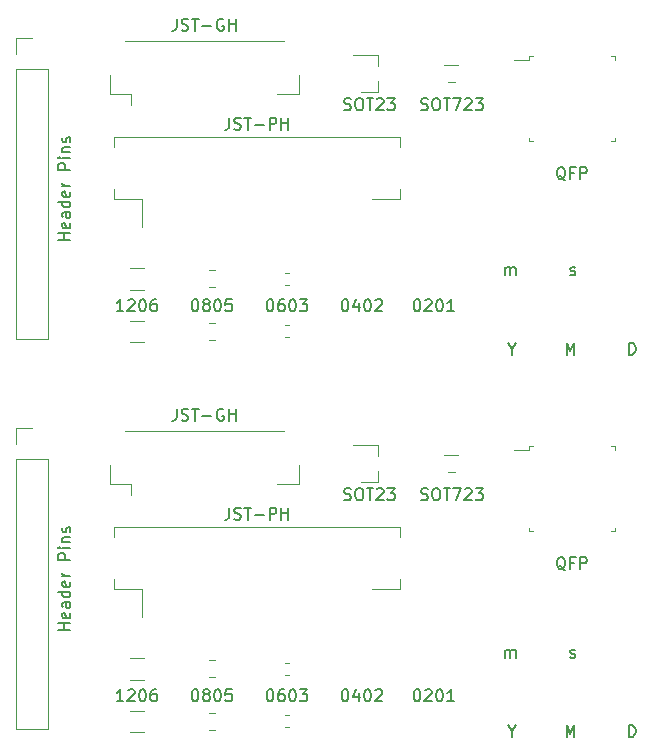
<source format=gbr>
%TF.GenerationSoftware,KiCad,Pcbnew,5.1.6-c6e7f7d~87~ubuntu20.04.1*%
%TF.CreationDate,2020-08-30T17:45:41-04:00*%
%TF.ProjectId,noob_tester,6e6f6f62-5f74-4657-9374-65722e6b6963,rev?*%
%TF.SameCoordinates,Original*%
%TF.FileFunction,Legend,Top*%
%TF.FilePolarity,Positive*%
%FSLAX46Y46*%
G04 Gerber Fmt 4.6, Leading zero omitted, Abs format (unit mm)*
G04 Created by KiCad (PCBNEW 5.1.6-c6e7f7d~87~ubuntu20.04.1) date 2020-08-30 17:45:41*
%MOMM*%
%LPD*%
G01*
G04 APERTURE LIST*
%ADD10C,0.150000*%
%ADD11C,0.120000*%
G04 APERTURE END LIST*
D10*
X102306380Y-116093333D02*
X101306380Y-116093333D01*
X101782571Y-116093333D02*
X101782571Y-115521904D01*
X102306380Y-115521904D02*
X101306380Y-115521904D01*
X102258761Y-114664761D02*
X102306380Y-114760000D01*
X102306380Y-114950476D01*
X102258761Y-115045714D01*
X102163523Y-115093333D01*
X101782571Y-115093333D01*
X101687333Y-115045714D01*
X101639714Y-114950476D01*
X101639714Y-114760000D01*
X101687333Y-114664761D01*
X101782571Y-114617142D01*
X101877809Y-114617142D01*
X101973047Y-115093333D01*
X102306380Y-113760000D02*
X101782571Y-113760000D01*
X101687333Y-113807619D01*
X101639714Y-113902857D01*
X101639714Y-114093333D01*
X101687333Y-114188571D01*
X102258761Y-113760000D02*
X102306380Y-113855238D01*
X102306380Y-114093333D01*
X102258761Y-114188571D01*
X102163523Y-114236190D01*
X102068285Y-114236190D01*
X101973047Y-114188571D01*
X101925428Y-114093333D01*
X101925428Y-113855238D01*
X101877809Y-113760000D01*
X102306380Y-112855238D02*
X101306380Y-112855238D01*
X102258761Y-112855238D02*
X102306380Y-112950476D01*
X102306380Y-113140952D01*
X102258761Y-113236190D01*
X102211142Y-113283809D01*
X102115904Y-113331428D01*
X101830190Y-113331428D01*
X101734952Y-113283809D01*
X101687333Y-113236190D01*
X101639714Y-113140952D01*
X101639714Y-112950476D01*
X101687333Y-112855238D01*
X102258761Y-111998095D02*
X102306380Y-112093333D01*
X102306380Y-112283809D01*
X102258761Y-112379047D01*
X102163523Y-112426666D01*
X101782571Y-112426666D01*
X101687333Y-112379047D01*
X101639714Y-112283809D01*
X101639714Y-112093333D01*
X101687333Y-111998095D01*
X101782571Y-111950476D01*
X101877809Y-111950476D01*
X101973047Y-112426666D01*
X102306380Y-111521904D02*
X101639714Y-111521904D01*
X101830190Y-111521904D02*
X101734952Y-111474285D01*
X101687333Y-111426666D01*
X101639714Y-111331428D01*
X101639714Y-111236190D01*
X102306380Y-110140952D02*
X101306380Y-110140952D01*
X101306380Y-109760000D01*
X101354000Y-109664761D01*
X101401619Y-109617142D01*
X101496857Y-109569523D01*
X101639714Y-109569523D01*
X101734952Y-109617142D01*
X101782571Y-109664761D01*
X101830190Y-109760000D01*
X101830190Y-110140952D01*
X102306380Y-109140952D02*
X101639714Y-109140952D01*
X101306380Y-109140952D02*
X101354000Y-109188571D01*
X101401619Y-109140952D01*
X101354000Y-109093333D01*
X101306380Y-109140952D01*
X101401619Y-109140952D01*
X101639714Y-108664761D02*
X102306380Y-108664761D01*
X101734952Y-108664761D02*
X101687333Y-108617142D01*
X101639714Y-108521904D01*
X101639714Y-108379047D01*
X101687333Y-108283809D01*
X101782571Y-108236190D01*
X102306380Y-108236190D01*
X102258761Y-107807619D02*
X102306380Y-107712380D01*
X102306380Y-107521904D01*
X102258761Y-107426666D01*
X102163523Y-107379047D01*
X102115904Y-107379047D01*
X102020666Y-107426666D01*
X101973047Y-107521904D01*
X101973047Y-107664761D01*
X101925428Y-107760000D01*
X101830190Y-107807619D01*
X101782571Y-107807619D01*
X101687333Y-107760000D01*
X101639714Y-107664761D01*
X101639714Y-107521904D01*
X101687333Y-107426666D01*
X102306380Y-83073333D02*
X101306380Y-83073333D01*
X101782571Y-83073333D02*
X101782571Y-82501904D01*
X102306380Y-82501904D02*
X101306380Y-82501904D01*
X102258761Y-81644761D02*
X102306380Y-81740000D01*
X102306380Y-81930476D01*
X102258761Y-82025714D01*
X102163523Y-82073333D01*
X101782571Y-82073333D01*
X101687333Y-82025714D01*
X101639714Y-81930476D01*
X101639714Y-81740000D01*
X101687333Y-81644761D01*
X101782571Y-81597142D01*
X101877809Y-81597142D01*
X101973047Y-82073333D01*
X102306380Y-80740000D02*
X101782571Y-80740000D01*
X101687333Y-80787619D01*
X101639714Y-80882857D01*
X101639714Y-81073333D01*
X101687333Y-81168571D01*
X102258761Y-80740000D02*
X102306380Y-80835238D01*
X102306380Y-81073333D01*
X102258761Y-81168571D01*
X102163523Y-81216190D01*
X102068285Y-81216190D01*
X101973047Y-81168571D01*
X101925428Y-81073333D01*
X101925428Y-80835238D01*
X101877809Y-80740000D01*
X102306380Y-79835238D02*
X101306380Y-79835238D01*
X102258761Y-79835238D02*
X102306380Y-79930476D01*
X102306380Y-80120952D01*
X102258761Y-80216190D01*
X102211142Y-80263809D01*
X102115904Y-80311428D01*
X101830190Y-80311428D01*
X101734952Y-80263809D01*
X101687333Y-80216190D01*
X101639714Y-80120952D01*
X101639714Y-79930476D01*
X101687333Y-79835238D01*
X102258761Y-78978095D02*
X102306380Y-79073333D01*
X102306380Y-79263809D01*
X102258761Y-79359047D01*
X102163523Y-79406666D01*
X101782571Y-79406666D01*
X101687333Y-79359047D01*
X101639714Y-79263809D01*
X101639714Y-79073333D01*
X101687333Y-78978095D01*
X101782571Y-78930476D01*
X101877809Y-78930476D01*
X101973047Y-79406666D01*
X102306380Y-78501904D02*
X101639714Y-78501904D01*
X101830190Y-78501904D02*
X101734952Y-78454285D01*
X101687333Y-78406666D01*
X101639714Y-78311428D01*
X101639714Y-78216190D01*
X102306380Y-77120952D02*
X101306380Y-77120952D01*
X101306380Y-76740000D01*
X101354000Y-76644761D01*
X101401619Y-76597142D01*
X101496857Y-76549523D01*
X101639714Y-76549523D01*
X101734952Y-76597142D01*
X101782571Y-76644761D01*
X101830190Y-76740000D01*
X101830190Y-77120952D01*
X102306380Y-76120952D02*
X101639714Y-76120952D01*
X101306380Y-76120952D02*
X101354000Y-76168571D01*
X101401619Y-76120952D01*
X101354000Y-76073333D01*
X101306380Y-76120952D01*
X101401619Y-76120952D01*
X101639714Y-75644761D02*
X102306380Y-75644761D01*
X101734952Y-75644761D02*
X101687333Y-75597142D01*
X101639714Y-75501904D01*
X101639714Y-75359047D01*
X101687333Y-75263809D01*
X101782571Y-75216190D01*
X102306380Y-75216190D01*
X102258761Y-74787619D02*
X102306380Y-74692380D01*
X102306380Y-74501904D01*
X102258761Y-74406666D01*
X102163523Y-74359047D01*
X102115904Y-74359047D01*
X102020666Y-74406666D01*
X101973047Y-74501904D01*
X101973047Y-74644761D01*
X101925428Y-74740000D01*
X101830190Y-74787619D01*
X101782571Y-74787619D01*
X101687333Y-74740000D01*
X101639714Y-74644761D01*
X101639714Y-74501904D01*
X101687333Y-74406666D01*
X144232380Y-111037619D02*
X144137142Y-110990000D01*
X144041904Y-110894761D01*
X143899047Y-110751904D01*
X143803809Y-110704285D01*
X143708571Y-110704285D01*
X143756190Y-110942380D02*
X143660952Y-110894761D01*
X143565714Y-110799523D01*
X143518095Y-110609047D01*
X143518095Y-110275714D01*
X143565714Y-110085238D01*
X143660952Y-109990000D01*
X143756190Y-109942380D01*
X143946666Y-109942380D01*
X144041904Y-109990000D01*
X144137142Y-110085238D01*
X144184761Y-110275714D01*
X144184761Y-110609047D01*
X144137142Y-110799523D01*
X144041904Y-110894761D01*
X143946666Y-110942380D01*
X143756190Y-110942380D01*
X144946666Y-110418571D02*
X144613333Y-110418571D01*
X144613333Y-110942380D02*
X144613333Y-109942380D01*
X145089523Y-109942380D01*
X145470476Y-110942380D02*
X145470476Y-109942380D01*
X145851428Y-109942380D01*
X145946666Y-109990000D01*
X145994285Y-110037619D01*
X146041904Y-110132857D01*
X146041904Y-110275714D01*
X145994285Y-110370952D01*
X145946666Y-110418571D01*
X145851428Y-110466190D01*
X145470476Y-110466190D01*
X125492142Y-105052761D02*
X125635000Y-105100380D01*
X125873095Y-105100380D01*
X125968333Y-105052761D01*
X126015952Y-105005142D01*
X126063571Y-104909904D01*
X126063571Y-104814666D01*
X126015952Y-104719428D01*
X125968333Y-104671809D01*
X125873095Y-104624190D01*
X125682619Y-104576571D01*
X125587380Y-104528952D01*
X125539761Y-104481333D01*
X125492142Y-104386095D01*
X125492142Y-104290857D01*
X125539761Y-104195619D01*
X125587380Y-104148000D01*
X125682619Y-104100380D01*
X125920714Y-104100380D01*
X126063571Y-104148000D01*
X126682619Y-104100380D02*
X126873095Y-104100380D01*
X126968333Y-104148000D01*
X127063571Y-104243238D01*
X127111190Y-104433714D01*
X127111190Y-104767047D01*
X127063571Y-104957523D01*
X126968333Y-105052761D01*
X126873095Y-105100380D01*
X126682619Y-105100380D01*
X126587380Y-105052761D01*
X126492142Y-104957523D01*
X126444523Y-104767047D01*
X126444523Y-104433714D01*
X126492142Y-104243238D01*
X126587380Y-104148000D01*
X126682619Y-104100380D01*
X127396904Y-104100380D02*
X127968333Y-104100380D01*
X127682619Y-105100380D02*
X127682619Y-104100380D01*
X128254047Y-104195619D02*
X128301666Y-104148000D01*
X128396904Y-104100380D01*
X128635000Y-104100380D01*
X128730238Y-104148000D01*
X128777857Y-104195619D01*
X128825476Y-104290857D01*
X128825476Y-104386095D01*
X128777857Y-104528952D01*
X128206428Y-105100380D01*
X128825476Y-105100380D01*
X129158809Y-104100380D02*
X129777857Y-104100380D01*
X129444523Y-104481333D01*
X129587380Y-104481333D01*
X129682619Y-104528952D01*
X129730238Y-104576571D01*
X129777857Y-104671809D01*
X129777857Y-104909904D01*
X129730238Y-105005142D01*
X129682619Y-105052761D01*
X129587380Y-105100380D01*
X129301666Y-105100380D01*
X129206428Y-105052761D01*
X129158809Y-105005142D01*
X111307857Y-97369380D02*
X111307857Y-98083666D01*
X111260238Y-98226523D01*
X111165000Y-98321761D01*
X111022142Y-98369380D01*
X110926904Y-98369380D01*
X111736428Y-98321761D02*
X111879285Y-98369380D01*
X112117380Y-98369380D01*
X112212619Y-98321761D01*
X112260238Y-98274142D01*
X112307857Y-98178904D01*
X112307857Y-98083666D01*
X112260238Y-97988428D01*
X112212619Y-97940809D01*
X112117380Y-97893190D01*
X111926904Y-97845571D01*
X111831666Y-97797952D01*
X111784047Y-97750333D01*
X111736428Y-97655095D01*
X111736428Y-97559857D01*
X111784047Y-97464619D01*
X111831666Y-97417000D01*
X111926904Y-97369380D01*
X112165000Y-97369380D01*
X112307857Y-97417000D01*
X112593571Y-97369380D02*
X113165000Y-97369380D01*
X112879285Y-98369380D02*
X112879285Y-97369380D01*
X113498333Y-97988428D02*
X114260238Y-97988428D01*
X115260238Y-97417000D02*
X115165000Y-97369380D01*
X115022142Y-97369380D01*
X114879285Y-97417000D01*
X114784047Y-97512238D01*
X114736428Y-97607476D01*
X114688809Y-97797952D01*
X114688809Y-97940809D01*
X114736428Y-98131285D01*
X114784047Y-98226523D01*
X114879285Y-98321761D01*
X115022142Y-98369380D01*
X115117380Y-98369380D01*
X115260238Y-98321761D01*
X115307857Y-98274142D01*
X115307857Y-97940809D01*
X115117380Y-97940809D01*
X115736428Y-98369380D02*
X115736428Y-97369380D01*
X115736428Y-97845571D02*
X116307857Y-97845571D01*
X116307857Y-98369380D02*
X116307857Y-97369380D01*
X132000952Y-105052761D02*
X132143809Y-105100380D01*
X132381904Y-105100380D01*
X132477142Y-105052761D01*
X132524761Y-105005142D01*
X132572380Y-104909904D01*
X132572380Y-104814666D01*
X132524761Y-104719428D01*
X132477142Y-104671809D01*
X132381904Y-104624190D01*
X132191428Y-104576571D01*
X132096190Y-104528952D01*
X132048571Y-104481333D01*
X132000952Y-104386095D01*
X132000952Y-104290857D01*
X132048571Y-104195619D01*
X132096190Y-104148000D01*
X132191428Y-104100380D01*
X132429523Y-104100380D01*
X132572380Y-104148000D01*
X133191428Y-104100380D02*
X133381904Y-104100380D01*
X133477142Y-104148000D01*
X133572380Y-104243238D01*
X133620000Y-104433714D01*
X133620000Y-104767047D01*
X133572380Y-104957523D01*
X133477142Y-105052761D01*
X133381904Y-105100380D01*
X133191428Y-105100380D01*
X133096190Y-105052761D01*
X133000952Y-104957523D01*
X132953333Y-104767047D01*
X132953333Y-104433714D01*
X133000952Y-104243238D01*
X133096190Y-104148000D01*
X133191428Y-104100380D01*
X133905714Y-104100380D02*
X134477142Y-104100380D01*
X134191428Y-105100380D02*
X134191428Y-104100380D01*
X134715238Y-104100380D02*
X135381904Y-104100380D01*
X134953333Y-105100380D01*
X135715238Y-104195619D02*
X135762857Y-104148000D01*
X135858095Y-104100380D01*
X136096190Y-104100380D01*
X136191428Y-104148000D01*
X136239047Y-104195619D01*
X136286666Y-104290857D01*
X136286666Y-104386095D01*
X136239047Y-104528952D01*
X135667619Y-105100380D01*
X136286666Y-105100380D01*
X136620000Y-104100380D02*
X137239047Y-104100380D01*
X136905714Y-104481333D01*
X137048571Y-104481333D01*
X137143809Y-104528952D01*
X137191428Y-104576571D01*
X137239047Y-104671809D01*
X137239047Y-104909904D01*
X137191428Y-105005142D01*
X137143809Y-105052761D01*
X137048571Y-105100380D01*
X136762857Y-105100380D01*
X136667619Y-105052761D01*
X136620000Y-105005142D01*
X115752857Y-105751380D02*
X115752857Y-106465666D01*
X115705238Y-106608523D01*
X115610000Y-106703761D01*
X115467142Y-106751380D01*
X115371904Y-106751380D01*
X116181428Y-106703761D02*
X116324285Y-106751380D01*
X116562380Y-106751380D01*
X116657619Y-106703761D01*
X116705238Y-106656142D01*
X116752857Y-106560904D01*
X116752857Y-106465666D01*
X116705238Y-106370428D01*
X116657619Y-106322809D01*
X116562380Y-106275190D01*
X116371904Y-106227571D01*
X116276666Y-106179952D01*
X116229047Y-106132333D01*
X116181428Y-106037095D01*
X116181428Y-105941857D01*
X116229047Y-105846619D01*
X116276666Y-105799000D01*
X116371904Y-105751380D01*
X116610000Y-105751380D01*
X116752857Y-105799000D01*
X117038571Y-105751380D02*
X117610000Y-105751380D01*
X117324285Y-106751380D02*
X117324285Y-105751380D01*
X117943333Y-106370428D02*
X118705238Y-106370428D01*
X119181428Y-106751380D02*
X119181428Y-105751380D01*
X119562380Y-105751380D01*
X119657619Y-105799000D01*
X119705238Y-105846619D01*
X119752857Y-105941857D01*
X119752857Y-106084714D01*
X119705238Y-106179952D01*
X119657619Y-106227571D01*
X119562380Y-106275190D01*
X119181428Y-106275190D01*
X120181428Y-106751380D02*
X120181428Y-105751380D01*
X120181428Y-106227571D02*
X120752857Y-106227571D01*
X120752857Y-106751380D02*
X120752857Y-105751380D01*
X144232380Y-78017619D02*
X144137142Y-77970000D01*
X144041904Y-77874761D01*
X143899047Y-77731904D01*
X143803809Y-77684285D01*
X143708571Y-77684285D01*
X143756190Y-77922380D02*
X143660952Y-77874761D01*
X143565714Y-77779523D01*
X143518095Y-77589047D01*
X143518095Y-77255714D01*
X143565714Y-77065238D01*
X143660952Y-76970000D01*
X143756190Y-76922380D01*
X143946666Y-76922380D01*
X144041904Y-76970000D01*
X144137142Y-77065238D01*
X144184761Y-77255714D01*
X144184761Y-77589047D01*
X144137142Y-77779523D01*
X144041904Y-77874761D01*
X143946666Y-77922380D01*
X143756190Y-77922380D01*
X144946666Y-77398571D02*
X144613333Y-77398571D01*
X144613333Y-77922380D02*
X144613333Y-76922380D01*
X145089523Y-76922380D01*
X145470476Y-77922380D02*
X145470476Y-76922380D01*
X145851428Y-76922380D01*
X145946666Y-76970000D01*
X145994285Y-77017619D01*
X146041904Y-77112857D01*
X146041904Y-77255714D01*
X145994285Y-77350952D01*
X145946666Y-77398571D01*
X145851428Y-77446190D01*
X145470476Y-77446190D01*
X111307857Y-64349380D02*
X111307857Y-65063666D01*
X111260238Y-65206523D01*
X111165000Y-65301761D01*
X111022142Y-65349380D01*
X110926904Y-65349380D01*
X111736428Y-65301761D02*
X111879285Y-65349380D01*
X112117380Y-65349380D01*
X112212619Y-65301761D01*
X112260238Y-65254142D01*
X112307857Y-65158904D01*
X112307857Y-65063666D01*
X112260238Y-64968428D01*
X112212619Y-64920809D01*
X112117380Y-64873190D01*
X111926904Y-64825571D01*
X111831666Y-64777952D01*
X111784047Y-64730333D01*
X111736428Y-64635095D01*
X111736428Y-64539857D01*
X111784047Y-64444619D01*
X111831666Y-64397000D01*
X111926904Y-64349380D01*
X112165000Y-64349380D01*
X112307857Y-64397000D01*
X112593571Y-64349380D02*
X113165000Y-64349380D01*
X112879285Y-65349380D02*
X112879285Y-64349380D01*
X113498333Y-64968428D02*
X114260238Y-64968428D01*
X115260238Y-64397000D02*
X115165000Y-64349380D01*
X115022142Y-64349380D01*
X114879285Y-64397000D01*
X114784047Y-64492238D01*
X114736428Y-64587476D01*
X114688809Y-64777952D01*
X114688809Y-64920809D01*
X114736428Y-65111285D01*
X114784047Y-65206523D01*
X114879285Y-65301761D01*
X115022142Y-65349380D01*
X115117380Y-65349380D01*
X115260238Y-65301761D01*
X115307857Y-65254142D01*
X115307857Y-64920809D01*
X115117380Y-64920809D01*
X115736428Y-65349380D02*
X115736428Y-64349380D01*
X115736428Y-64825571D02*
X116307857Y-64825571D01*
X116307857Y-65349380D02*
X116307857Y-64349380D01*
X115752857Y-72731380D02*
X115752857Y-73445666D01*
X115705238Y-73588523D01*
X115610000Y-73683761D01*
X115467142Y-73731380D01*
X115371904Y-73731380D01*
X116181428Y-73683761D02*
X116324285Y-73731380D01*
X116562380Y-73731380D01*
X116657619Y-73683761D01*
X116705238Y-73636142D01*
X116752857Y-73540904D01*
X116752857Y-73445666D01*
X116705238Y-73350428D01*
X116657619Y-73302809D01*
X116562380Y-73255190D01*
X116371904Y-73207571D01*
X116276666Y-73159952D01*
X116229047Y-73112333D01*
X116181428Y-73017095D01*
X116181428Y-72921857D01*
X116229047Y-72826619D01*
X116276666Y-72779000D01*
X116371904Y-72731380D01*
X116610000Y-72731380D01*
X116752857Y-72779000D01*
X117038571Y-72731380D02*
X117610000Y-72731380D01*
X117324285Y-73731380D02*
X117324285Y-72731380D01*
X117943333Y-73350428D02*
X118705238Y-73350428D01*
X119181428Y-73731380D02*
X119181428Y-72731380D01*
X119562380Y-72731380D01*
X119657619Y-72779000D01*
X119705238Y-72826619D01*
X119752857Y-72921857D01*
X119752857Y-73064714D01*
X119705238Y-73159952D01*
X119657619Y-73207571D01*
X119562380Y-73255190D01*
X119181428Y-73255190D01*
X120181428Y-73731380D02*
X120181428Y-72731380D01*
X120181428Y-73207571D02*
X120752857Y-73207571D01*
X120752857Y-73731380D02*
X120752857Y-72731380D01*
X125492142Y-72032761D02*
X125635000Y-72080380D01*
X125873095Y-72080380D01*
X125968333Y-72032761D01*
X126015952Y-71985142D01*
X126063571Y-71889904D01*
X126063571Y-71794666D01*
X126015952Y-71699428D01*
X125968333Y-71651809D01*
X125873095Y-71604190D01*
X125682619Y-71556571D01*
X125587380Y-71508952D01*
X125539761Y-71461333D01*
X125492142Y-71366095D01*
X125492142Y-71270857D01*
X125539761Y-71175619D01*
X125587380Y-71128000D01*
X125682619Y-71080380D01*
X125920714Y-71080380D01*
X126063571Y-71128000D01*
X126682619Y-71080380D02*
X126873095Y-71080380D01*
X126968333Y-71128000D01*
X127063571Y-71223238D01*
X127111190Y-71413714D01*
X127111190Y-71747047D01*
X127063571Y-71937523D01*
X126968333Y-72032761D01*
X126873095Y-72080380D01*
X126682619Y-72080380D01*
X126587380Y-72032761D01*
X126492142Y-71937523D01*
X126444523Y-71747047D01*
X126444523Y-71413714D01*
X126492142Y-71223238D01*
X126587380Y-71128000D01*
X126682619Y-71080380D01*
X127396904Y-71080380D02*
X127968333Y-71080380D01*
X127682619Y-72080380D02*
X127682619Y-71080380D01*
X128254047Y-71175619D02*
X128301666Y-71128000D01*
X128396904Y-71080380D01*
X128635000Y-71080380D01*
X128730238Y-71128000D01*
X128777857Y-71175619D01*
X128825476Y-71270857D01*
X128825476Y-71366095D01*
X128777857Y-71508952D01*
X128206428Y-72080380D01*
X128825476Y-72080380D01*
X129158809Y-71080380D02*
X129777857Y-71080380D01*
X129444523Y-71461333D01*
X129587380Y-71461333D01*
X129682619Y-71508952D01*
X129730238Y-71556571D01*
X129777857Y-71651809D01*
X129777857Y-71889904D01*
X129730238Y-71985142D01*
X129682619Y-72032761D01*
X129587380Y-72080380D01*
X129301666Y-72080380D01*
X129206428Y-72032761D01*
X129158809Y-71985142D01*
X132000952Y-72032761D02*
X132143809Y-72080380D01*
X132381904Y-72080380D01*
X132477142Y-72032761D01*
X132524761Y-71985142D01*
X132572380Y-71889904D01*
X132572380Y-71794666D01*
X132524761Y-71699428D01*
X132477142Y-71651809D01*
X132381904Y-71604190D01*
X132191428Y-71556571D01*
X132096190Y-71508952D01*
X132048571Y-71461333D01*
X132000952Y-71366095D01*
X132000952Y-71270857D01*
X132048571Y-71175619D01*
X132096190Y-71128000D01*
X132191428Y-71080380D01*
X132429523Y-71080380D01*
X132572380Y-71128000D01*
X133191428Y-71080380D02*
X133381904Y-71080380D01*
X133477142Y-71128000D01*
X133572380Y-71223238D01*
X133620000Y-71413714D01*
X133620000Y-71747047D01*
X133572380Y-71937523D01*
X133477142Y-72032761D01*
X133381904Y-72080380D01*
X133191428Y-72080380D01*
X133096190Y-72032761D01*
X133000952Y-71937523D01*
X132953333Y-71747047D01*
X132953333Y-71413714D01*
X133000952Y-71223238D01*
X133096190Y-71128000D01*
X133191428Y-71080380D01*
X133905714Y-71080380D02*
X134477142Y-71080380D01*
X134191428Y-72080380D02*
X134191428Y-71080380D01*
X134715238Y-71080380D02*
X135381904Y-71080380D01*
X134953333Y-72080380D01*
X135715238Y-71175619D02*
X135762857Y-71128000D01*
X135858095Y-71080380D01*
X136096190Y-71080380D01*
X136191428Y-71128000D01*
X136239047Y-71175619D01*
X136286666Y-71270857D01*
X136286666Y-71366095D01*
X136239047Y-71508952D01*
X135667619Y-72080380D01*
X136286666Y-72080380D01*
X136620000Y-71080380D02*
X137239047Y-71080380D01*
X136905714Y-71461333D01*
X137048571Y-71461333D01*
X137143809Y-71508952D01*
X137191428Y-71556571D01*
X137239047Y-71651809D01*
X137239047Y-71889904D01*
X137191428Y-71985142D01*
X137143809Y-72032761D01*
X137048571Y-72080380D01*
X136762857Y-72080380D01*
X136667619Y-72032761D01*
X136620000Y-71985142D01*
X131619809Y-121118380D02*
X131715047Y-121118380D01*
X131810285Y-121166000D01*
X131857904Y-121213619D01*
X131905523Y-121308857D01*
X131953142Y-121499333D01*
X131953142Y-121737428D01*
X131905523Y-121927904D01*
X131857904Y-122023142D01*
X131810285Y-122070761D01*
X131715047Y-122118380D01*
X131619809Y-122118380D01*
X131524571Y-122070761D01*
X131476952Y-122023142D01*
X131429333Y-121927904D01*
X131381714Y-121737428D01*
X131381714Y-121499333D01*
X131429333Y-121308857D01*
X131476952Y-121213619D01*
X131524571Y-121166000D01*
X131619809Y-121118380D01*
X132334095Y-121213619D02*
X132381714Y-121166000D01*
X132476952Y-121118380D01*
X132715047Y-121118380D01*
X132810285Y-121166000D01*
X132857904Y-121213619D01*
X132905523Y-121308857D01*
X132905523Y-121404095D01*
X132857904Y-121546952D01*
X132286476Y-122118380D01*
X132905523Y-122118380D01*
X133524571Y-121118380D02*
X133619809Y-121118380D01*
X133715047Y-121166000D01*
X133762666Y-121213619D01*
X133810285Y-121308857D01*
X133857904Y-121499333D01*
X133857904Y-121737428D01*
X133810285Y-121927904D01*
X133762666Y-122023142D01*
X133715047Y-122070761D01*
X133619809Y-122118380D01*
X133524571Y-122118380D01*
X133429333Y-122070761D01*
X133381714Y-122023142D01*
X133334095Y-121927904D01*
X133286476Y-121737428D01*
X133286476Y-121499333D01*
X133334095Y-121308857D01*
X133381714Y-121213619D01*
X133429333Y-121166000D01*
X133524571Y-121118380D01*
X134810285Y-122118380D02*
X134238857Y-122118380D01*
X134524571Y-122118380D02*
X134524571Y-121118380D01*
X134429333Y-121261238D01*
X134334095Y-121356476D01*
X134238857Y-121404095D01*
X125523809Y-121118380D02*
X125619047Y-121118380D01*
X125714285Y-121166000D01*
X125761904Y-121213619D01*
X125809523Y-121308857D01*
X125857142Y-121499333D01*
X125857142Y-121737428D01*
X125809523Y-121927904D01*
X125761904Y-122023142D01*
X125714285Y-122070761D01*
X125619047Y-122118380D01*
X125523809Y-122118380D01*
X125428571Y-122070761D01*
X125380952Y-122023142D01*
X125333333Y-121927904D01*
X125285714Y-121737428D01*
X125285714Y-121499333D01*
X125333333Y-121308857D01*
X125380952Y-121213619D01*
X125428571Y-121166000D01*
X125523809Y-121118380D01*
X126714285Y-121451714D02*
X126714285Y-122118380D01*
X126476190Y-121070761D02*
X126238095Y-121785047D01*
X126857142Y-121785047D01*
X127428571Y-121118380D02*
X127523809Y-121118380D01*
X127619047Y-121166000D01*
X127666666Y-121213619D01*
X127714285Y-121308857D01*
X127761904Y-121499333D01*
X127761904Y-121737428D01*
X127714285Y-121927904D01*
X127666666Y-122023142D01*
X127619047Y-122070761D01*
X127523809Y-122118380D01*
X127428571Y-122118380D01*
X127333333Y-122070761D01*
X127285714Y-122023142D01*
X127238095Y-121927904D01*
X127190476Y-121737428D01*
X127190476Y-121499333D01*
X127238095Y-121308857D01*
X127285714Y-121213619D01*
X127333333Y-121166000D01*
X127428571Y-121118380D01*
X128142857Y-121213619D02*
X128190476Y-121166000D01*
X128285714Y-121118380D01*
X128523809Y-121118380D01*
X128619047Y-121166000D01*
X128666666Y-121213619D01*
X128714285Y-121308857D01*
X128714285Y-121404095D01*
X128666666Y-121546952D01*
X128095238Y-122118380D01*
X128714285Y-122118380D01*
X106807142Y-122118380D02*
X106235714Y-122118380D01*
X106521428Y-122118380D02*
X106521428Y-121118380D01*
X106426190Y-121261238D01*
X106330952Y-121356476D01*
X106235714Y-121404095D01*
X107188095Y-121213619D02*
X107235714Y-121166000D01*
X107330952Y-121118380D01*
X107569047Y-121118380D01*
X107664285Y-121166000D01*
X107711904Y-121213619D01*
X107759523Y-121308857D01*
X107759523Y-121404095D01*
X107711904Y-121546952D01*
X107140476Y-122118380D01*
X107759523Y-122118380D01*
X108378571Y-121118380D02*
X108473809Y-121118380D01*
X108569047Y-121166000D01*
X108616666Y-121213619D01*
X108664285Y-121308857D01*
X108711904Y-121499333D01*
X108711904Y-121737428D01*
X108664285Y-121927904D01*
X108616666Y-122023142D01*
X108569047Y-122070761D01*
X108473809Y-122118380D01*
X108378571Y-122118380D01*
X108283333Y-122070761D01*
X108235714Y-122023142D01*
X108188095Y-121927904D01*
X108140476Y-121737428D01*
X108140476Y-121499333D01*
X108188095Y-121308857D01*
X108235714Y-121213619D01*
X108283333Y-121166000D01*
X108378571Y-121118380D01*
X109569047Y-121118380D02*
X109378571Y-121118380D01*
X109283333Y-121166000D01*
X109235714Y-121213619D01*
X109140476Y-121356476D01*
X109092857Y-121546952D01*
X109092857Y-121927904D01*
X109140476Y-122023142D01*
X109188095Y-122070761D01*
X109283333Y-122118380D01*
X109473809Y-122118380D01*
X109569047Y-122070761D01*
X109616666Y-122023142D01*
X109664285Y-121927904D01*
X109664285Y-121689809D01*
X109616666Y-121594571D01*
X109569047Y-121546952D01*
X109473809Y-121499333D01*
X109283333Y-121499333D01*
X109188095Y-121546952D01*
X109140476Y-121594571D01*
X109092857Y-121689809D01*
X112823809Y-121118380D02*
X112919047Y-121118380D01*
X113014285Y-121166000D01*
X113061904Y-121213619D01*
X113109523Y-121308857D01*
X113157142Y-121499333D01*
X113157142Y-121737428D01*
X113109523Y-121927904D01*
X113061904Y-122023142D01*
X113014285Y-122070761D01*
X112919047Y-122118380D01*
X112823809Y-122118380D01*
X112728571Y-122070761D01*
X112680952Y-122023142D01*
X112633333Y-121927904D01*
X112585714Y-121737428D01*
X112585714Y-121499333D01*
X112633333Y-121308857D01*
X112680952Y-121213619D01*
X112728571Y-121166000D01*
X112823809Y-121118380D01*
X113728571Y-121546952D02*
X113633333Y-121499333D01*
X113585714Y-121451714D01*
X113538095Y-121356476D01*
X113538095Y-121308857D01*
X113585714Y-121213619D01*
X113633333Y-121166000D01*
X113728571Y-121118380D01*
X113919047Y-121118380D01*
X114014285Y-121166000D01*
X114061904Y-121213619D01*
X114109523Y-121308857D01*
X114109523Y-121356476D01*
X114061904Y-121451714D01*
X114014285Y-121499333D01*
X113919047Y-121546952D01*
X113728571Y-121546952D01*
X113633333Y-121594571D01*
X113585714Y-121642190D01*
X113538095Y-121737428D01*
X113538095Y-121927904D01*
X113585714Y-122023142D01*
X113633333Y-122070761D01*
X113728571Y-122118380D01*
X113919047Y-122118380D01*
X114014285Y-122070761D01*
X114061904Y-122023142D01*
X114109523Y-121927904D01*
X114109523Y-121737428D01*
X114061904Y-121642190D01*
X114014285Y-121594571D01*
X113919047Y-121546952D01*
X114728571Y-121118380D02*
X114823809Y-121118380D01*
X114919047Y-121166000D01*
X114966666Y-121213619D01*
X115014285Y-121308857D01*
X115061904Y-121499333D01*
X115061904Y-121737428D01*
X115014285Y-121927904D01*
X114966666Y-122023142D01*
X114919047Y-122070761D01*
X114823809Y-122118380D01*
X114728571Y-122118380D01*
X114633333Y-122070761D01*
X114585714Y-122023142D01*
X114538095Y-121927904D01*
X114490476Y-121737428D01*
X114490476Y-121499333D01*
X114538095Y-121308857D01*
X114585714Y-121213619D01*
X114633333Y-121166000D01*
X114728571Y-121118380D01*
X115966666Y-121118380D02*
X115490476Y-121118380D01*
X115442857Y-121594571D01*
X115490476Y-121546952D01*
X115585714Y-121499333D01*
X115823809Y-121499333D01*
X115919047Y-121546952D01*
X115966666Y-121594571D01*
X116014285Y-121689809D01*
X116014285Y-121927904D01*
X115966666Y-122023142D01*
X115919047Y-122070761D01*
X115823809Y-122118380D01*
X115585714Y-122118380D01*
X115490476Y-122070761D01*
X115442857Y-122023142D01*
X119173809Y-121118380D02*
X119269047Y-121118380D01*
X119364285Y-121166000D01*
X119411904Y-121213619D01*
X119459523Y-121308857D01*
X119507142Y-121499333D01*
X119507142Y-121737428D01*
X119459523Y-121927904D01*
X119411904Y-122023142D01*
X119364285Y-122070761D01*
X119269047Y-122118380D01*
X119173809Y-122118380D01*
X119078571Y-122070761D01*
X119030952Y-122023142D01*
X118983333Y-121927904D01*
X118935714Y-121737428D01*
X118935714Y-121499333D01*
X118983333Y-121308857D01*
X119030952Y-121213619D01*
X119078571Y-121166000D01*
X119173809Y-121118380D01*
X120364285Y-121118380D02*
X120173809Y-121118380D01*
X120078571Y-121166000D01*
X120030952Y-121213619D01*
X119935714Y-121356476D01*
X119888095Y-121546952D01*
X119888095Y-121927904D01*
X119935714Y-122023142D01*
X119983333Y-122070761D01*
X120078571Y-122118380D01*
X120269047Y-122118380D01*
X120364285Y-122070761D01*
X120411904Y-122023142D01*
X120459523Y-121927904D01*
X120459523Y-121689809D01*
X120411904Y-121594571D01*
X120364285Y-121546952D01*
X120269047Y-121499333D01*
X120078571Y-121499333D01*
X119983333Y-121546952D01*
X119935714Y-121594571D01*
X119888095Y-121689809D01*
X121078571Y-121118380D02*
X121173809Y-121118380D01*
X121269047Y-121166000D01*
X121316666Y-121213619D01*
X121364285Y-121308857D01*
X121411904Y-121499333D01*
X121411904Y-121737428D01*
X121364285Y-121927904D01*
X121316666Y-122023142D01*
X121269047Y-122070761D01*
X121173809Y-122118380D01*
X121078571Y-122118380D01*
X120983333Y-122070761D01*
X120935714Y-122023142D01*
X120888095Y-121927904D01*
X120840476Y-121737428D01*
X120840476Y-121499333D01*
X120888095Y-121308857D01*
X120935714Y-121213619D01*
X120983333Y-121166000D01*
X121078571Y-121118380D01*
X121745238Y-121118380D02*
X122364285Y-121118380D01*
X122030952Y-121499333D01*
X122173809Y-121499333D01*
X122269047Y-121546952D01*
X122316666Y-121594571D01*
X122364285Y-121689809D01*
X122364285Y-121927904D01*
X122316666Y-122023142D01*
X122269047Y-122070761D01*
X122173809Y-122118380D01*
X121888095Y-122118380D01*
X121792857Y-122070761D01*
X121745238Y-122023142D01*
X131619809Y-88098380D02*
X131715047Y-88098380D01*
X131810285Y-88146000D01*
X131857904Y-88193619D01*
X131905523Y-88288857D01*
X131953142Y-88479333D01*
X131953142Y-88717428D01*
X131905523Y-88907904D01*
X131857904Y-89003142D01*
X131810285Y-89050761D01*
X131715047Y-89098380D01*
X131619809Y-89098380D01*
X131524571Y-89050761D01*
X131476952Y-89003142D01*
X131429333Y-88907904D01*
X131381714Y-88717428D01*
X131381714Y-88479333D01*
X131429333Y-88288857D01*
X131476952Y-88193619D01*
X131524571Y-88146000D01*
X131619809Y-88098380D01*
X132334095Y-88193619D02*
X132381714Y-88146000D01*
X132476952Y-88098380D01*
X132715047Y-88098380D01*
X132810285Y-88146000D01*
X132857904Y-88193619D01*
X132905523Y-88288857D01*
X132905523Y-88384095D01*
X132857904Y-88526952D01*
X132286476Y-89098380D01*
X132905523Y-89098380D01*
X133524571Y-88098380D02*
X133619809Y-88098380D01*
X133715047Y-88146000D01*
X133762666Y-88193619D01*
X133810285Y-88288857D01*
X133857904Y-88479333D01*
X133857904Y-88717428D01*
X133810285Y-88907904D01*
X133762666Y-89003142D01*
X133715047Y-89050761D01*
X133619809Y-89098380D01*
X133524571Y-89098380D01*
X133429333Y-89050761D01*
X133381714Y-89003142D01*
X133334095Y-88907904D01*
X133286476Y-88717428D01*
X133286476Y-88479333D01*
X133334095Y-88288857D01*
X133381714Y-88193619D01*
X133429333Y-88146000D01*
X133524571Y-88098380D01*
X134810285Y-89098380D02*
X134238857Y-89098380D01*
X134524571Y-89098380D02*
X134524571Y-88098380D01*
X134429333Y-88241238D01*
X134334095Y-88336476D01*
X134238857Y-88384095D01*
X125523809Y-88098380D02*
X125619047Y-88098380D01*
X125714285Y-88146000D01*
X125761904Y-88193619D01*
X125809523Y-88288857D01*
X125857142Y-88479333D01*
X125857142Y-88717428D01*
X125809523Y-88907904D01*
X125761904Y-89003142D01*
X125714285Y-89050761D01*
X125619047Y-89098380D01*
X125523809Y-89098380D01*
X125428571Y-89050761D01*
X125380952Y-89003142D01*
X125333333Y-88907904D01*
X125285714Y-88717428D01*
X125285714Y-88479333D01*
X125333333Y-88288857D01*
X125380952Y-88193619D01*
X125428571Y-88146000D01*
X125523809Y-88098380D01*
X126714285Y-88431714D02*
X126714285Y-89098380D01*
X126476190Y-88050761D02*
X126238095Y-88765047D01*
X126857142Y-88765047D01*
X127428571Y-88098380D02*
X127523809Y-88098380D01*
X127619047Y-88146000D01*
X127666666Y-88193619D01*
X127714285Y-88288857D01*
X127761904Y-88479333D01*
X127761904Y-88717428D01*
X127714285Y-88907904D01*
X127666666Y-89003142D01*
X127619047Y-89050761D01*
X127523809Y-89098380D01*
X127428571Y-89098380D01*
X127333333Y-89050761D01*
X127285714Y-89003142D01*
X127238095Y-88907904D01*
X127190476Y-88717428D01*
X127190476Y-88479333D01*
X127238095Y-88288857D01*
X127285714Y-88193619D01*
X127333333Y-88146000D01*
X127428571Y-88098380D01*
X128142857Y-88193619D02*
X128190476Y-88146000D01*
X128285714Y-88098380D01*
X128523809Y-88098380D01*
X128619047Y-88146000D01*
X128666666Y-88193619D01*
X128714285Y-88288857D01*
X128714285Y-88384095D01*
X128666666Y-88526952D01*
X128095238Y-89098380D01*
X128714285Y-89098380D01*
X119173809Y-88098380D02*
X119269047Y-88098380D01*
X119364285Y-88146000D01*
X119411904Y-88193619D01*
X119459523Y-88288857D01*
X119507142Y-88479333D01*
X119507142Y-88717428D01*
X119459523Y-88907904D01*
X119411904Y-89003142D01*
X119364285Y-89050761D01*
X119269047Y-89098380D01*
X119173809Y-89098380D01*
X119078571Y-89050761D01*
X119030952Y-89003142D01*
X118983333Y-88907904D01*
X118935714Y-88717428D01*
X118935714Y-88479333D01*
X118983333Y-88288857D01*
X119030952Y-88193619D01*
X119078571Y-88146000D01*
X119173809Y-88098380D01*
X120364285Y-88098380D02*
X120173809Y-88098380D01*
X120078571Y-88146000D01*
X120030952Y-88193619D01*
X119935714Y-88336476D01*
X119888095Y-88526952D01*
X119888095Y-88907904D01*
X119935714Y-89003142D01*
X119983333Y-89050761D01*
X120078571Y-89098380D01*
X120269047Y-89098380D01*
X120364285Y-89050761D01*
X120411904Y-89003142D01*
X120459523Y-88907904D01*
X120459523Y-88669809D01*
X120411904Y-88574571D01*
X120364285Y-88526952D01*
X120269047Y-88479333D01*
X120078571Y-88479333D01*
X119983333Y-88526952D01*
X119935714Y-88574571D01*
X119888095Y-88669809D01*
X121078571Y-88098380D02*
X121173809Y-88098380D01*
X121269047Y-88146000D01*
X121316666Y-88193619D01*
X121364285Y-88288857D01*
X121411904Y-88479333D01*
X121411904Y-88717428D01*
X121364285Y-88907904D01*
X121316666Y-89003142D01*
X121269047Y-89050761D01*
X121173809Y-89098380D01*
X121078571Y-89098380D01*
X120983333Y-89050761D01*
X120935714Y-89003142D01*
X120888095Y-88907904D01*
X120840476Y-88717428D01*
X120840476Y-88479333D01*
X120888095Y-88288857D01*
X120935714Y-88193619D01*
X120983333Y-88146000D01*
X121078571Y-88098380D01*
X121745238Y-88098380D02*
X122364285Y-88098380D01*
X122030952Y-88479333D01*
X122173809Y-88479333D01*
X122269047Y-88526952D01*
X122316666Y-88574571D01*
X122364285Y-88669809D01*
X122364285Y-88907904D01*
X122316666Y-89003142D01*
X122269047Y-89050761D01*
X122173809Y-89098380D01*
X121888095Y-89098380D01*
X121792857Y-89050761D01*
X121745238Y-89003142D01*
X112823809Y-88098380D02*
X112919047Y-88098380D01*
X113014285Y-88146000D01*
X113061904Y-88193619D01*
X113109523Y-88288857D01*
X113157142Y-88479333D01*
X113157142Y-88717428D01*
X113109523Y-88907904D01*
X113061904Y-89003142D01*
X113014285Y-89050761D01*
X112919047Y-89098380D01*
X112823809Y-89098380D01*
X112728571Y-89050761D01*
X112680952Y-89003142D01*
X112633333Y-88907904D01*
X112585714Y-88717428D01*
X112585714Y-88479333D01*
X112633333Y-88288857D01*
X112680952Y-88193619D01*
X112728571Y-88146000D01*
X112823809Y-88098380D01*
X113728571Y-88526952D02*
X113633333Y-88479333D01*
X113585714Y-88431714D01*
X113538095Y-88336476D01*
X113538095Y-88288857D01*
X113585714Y-88193619D01*
X113633333Y-88146000D01*
X113728571Y-88098380D01*
X113919047Y-88098380D01*
X114014285Y-88146000D01*
X114061904Y-88193619D01*
X114109523Y-88288857D01*
X114109523Y-88336476D01*
X114061904Y-88431714D01*
X114014285Y-88479333D01*
X113919047Y-88526952D01*
X113728571Y-88526952D01*
X113633333Y-88574571D01*
X113585714Y-88622190D01*
X113538095Y-88717428D01*
X113538095Y-88907904D01*
X113585714Y-89003142D01*
X113633333Y-89050761D01*
X113728571Y-89098380D01*
X113919047Y-89098380D01*
X114014285Y-89050761D01*
X114061904Y-89003142D01*
X114109523Y-88907904D01*
X114109523Y-88717428D01*
X114061904Y-88622190D01*
X114014285Y-88574571D01*
X113919047Y-88526952D01*
X114728571Y-88098380D02*
X114823809Y-88098380D01*
X114919047Y-88146000D01*
X114966666Y-88193619D01*
X115014285Y-88288857D01*
X115061904Y-88479333D01*
X115061904Y-88717428D01*
X115014285Y-88907904D01*
X114966666Y-89003142D01*
X114919047Y-89050761D01*
X114823809Y-89098380D01*
X114728571Y-89098380D01*
X114633333Y-89050761D01*
X114585714Y-89003142D01*
X114538095Y-88907904D01*
X114490476Y-88717428D01*
X114490476Y-88479333D01*
X114538095Y-88288857D01*
X114585714Y-88193619D01*
X114633333Y-88146000D01*
X114728571Y-88098380D01*
X115966666Y-88098380D02*
X115490476Y-88098380D01*
X115442857Y-88574571D01*
X115490476Y-88526952D01*
X115585714Y-88479333D01*
X115823809Y-88479333D01*
X115919047Y-88526952D01*
X115966666Y-88574571D01*
X116014285Y-88669809D01*
X116014285Y-88907904D01*
X115966666Y-89003142D01*
X115919047Y-89050761D01*
X115823809Y-89098380D01*
X115585714Y-89098380D01*
X115490476Y-89050761D01*
X115442857Y-89003142D01*
X106807142Y-89098380D02*
X106235714Y-89098380D01*
X106521428Y-89098380D02*
X106521428Y-88098380D01*
X106426190Y-88241238D01*
X106330952Y-88336476D01*
X106235714Y-88384095D01*
X107188095Y-88193619D02*
X107235714Y-88146000D01*
X107330952Y-88098380D01*
X107569047Y-88098380D01*
X107664285Y-88146000D01*
X107711904Y-88193619D01*
X107759523Y-88288857D01*
X107759523Y-88384095D01*
X107711904Y-88526952D01*
X107140476Y-89098380D01*
X107759523Y-89098380D01*
X108378571Y-88098380D02*
X108473809Y-88098380D01*
X108569047Y-88146000D01*
X108616666Y-88193619D01*
X108664285Y-88288857D01*
X108711904Y-88479333D01*
X108711904Y-88717428D01*
X108664285Y-88907904D01*
X108616666Y-89003142D01*
X108569047Y-89050761D01*
X108473809Y-89098380D01*
X108378571Y-89098380D01*
X108283333Y-89050761D01*
X108235714Y-89003142D01*
X108188095Y-88907904D01*
X108140476Y-88717428D01*
X108140476Y-88479333D01*
X108188095Y-88288857D01*
X108235714Y-88193619D01*
X108283333Y-88146000D01*
X108378571Y-88098380D01*
X109569047Y-88098380D02*
X109378571Y-88098380D01*
X109283333Y-88146000D01*
X109235714Y-88193619D01*
X109140476Y-88336476D01*
X109092857Y-88526952D01*
X109092857Y-88907904D01*
X109140476Y-89003142D01*
X109188095Y-89050761D01*
X109283333Y-89098380D01*
X109473809Y-89098380D01*
X109569047Y-89050761D01*
X109616666Y-89003142D01*
X109664285Y-88907904D01*
X109664285Y-88669809D01*
X109616666Y-88574571D01*
X109569047Y-88526952D01*
X109473809Y-88479333D01*
X109283333Y-88479333D01*
X109188095Y-88526952D01*
X109140476Y-88574571D01*
X109092857Y-88669809D01*
X144629214Y-118387761D02*
X144724452Y-118435380D01*
X144914928Y-118435380D01*
X145010166Y-118387761D01*
X145057785Y-118292523D01*
X145057785Y-118244904D01*
X145010166Y-118149666D01*
X144914928Y-118102047D01*
X144772071Y-118102047D01*
X144676833Y-118054428D01*
X144629214Y-117959190D01*
X144629214Y-117911571D01*
X144676833Y-117816333D01*
X144772071Y-117768714D01*
X144914928Y-117768714D01*
X145010166Y-117816333D01*
X139144428Y-118435380D02*
X139144428Y-117768714D01*
X139144428Y-117863952D02*
X139192047Y-117816333D01*
X139287285Y-117768714D01*
X139430142Y-117768714D01*
X139525380Y-117816333D01*
X139573000Y-117911571D01*
X139573000Y-118435380D01*
X139573000Y-117911571D02*
X139620619Y-117816333D01*
X139715857Y-117768714D01*
X139858714Y-117768714D01*
X139953952Y-117816333D01*
X140001571Y-117911571D01*
X140001571Y-118435380D01*
X144319666Y-125166380D02*
X144319666Y-124166380D01*
X144653000Y-124880666D01*
X144986333Y-124166380D01*
X144986333Y-125166380D01*
X139700000Y-124690190D02*
X139700000Y-125166380D01*
X139366666Y-124166380D02*
X139700000Y-124690190D01*
X140033333Y-124166380D01*
X149598095Y-125166380D02*
X149598095Y-124166380D01*
X149836190Y-124166380D01*
X149979047Y-124214000D01*
X150074285Y-124309238D01*
X150121904Y-124404476D01*
X150169523Y-124594952D01*
X150169523Y-124737809D01*
X150121904Y-124928285D01*
X150074285Y-125023523D01*
X149979047Y-125118761D01*
X149836190Y-125166380D01*
X149598095Y-125166380D01*
X139700000Y-92305190D02*
X139700000Y-92781380D01*
X139366666Y-91781380D02*
X139700000Y-92305190D01*
X140033333Y-91781380D01*
X144319666Y-92781380D02*
X144319666Y-91781380D01*
X144653000Y-92495666D01*
X144986333Y-91781380D01*
X144986333Y-92781380D01*
X149598095Y-92781380D02*
X149598095Y-91781380D01*
X149836190Y-91781380D01*
X149979047Y-91829000D01*
X150074285Y-91924238D01*
X150121904Y-92019476D01*
X150169523Y-92209952D01*
X150169523Y-92352809D01*
X150121904Y-92543285D01*
X150074285Y-92638523D01*
X149979047Y-92733761D01*
X149836190Y-92781380D01*
X149598095Y-92781380D01*
X144629214Y-86002761D02*
X144724452Y-86050380D01*
X144914928Y-86050380D01*
X145010166Y-86002761D01*
X145057785Y-85907523D01*
X145057785Y-85859904D01*
X145010166Y-85764666D01*
X144914928Y-85717047D01*
X144772071Y-85717047D01*
X144676833Y-85669428D01*
X144629214Y-85574190D01*
X144629214Y-85526571D01*
X144676833Y-85431333D01*
X144772071Y-85383714D01*
X144914928Y-85383714D01*
X145010166Y-85431333D01*
X139144428Y-86050380D02*
X139144428Y-85383714D01*
X139144428Y-85478952D02*
X139192047Y-85431333D01*
X139287285Y-85383714D01*
X139430142Y-85383714D01*
X139525380Y-85431333D01*
X139573000Y-85526571D01*
X139573000Y-86050380D01*
X139573000Y-85526571D02*
X139620619Y-85431333D01*
X139715857Y-85383714D01*
X139858714Y-85383714D01*
X139953952Y-85431333D01*
X140001571Y-85526571D01*
X140001571Y-86050380D01*
D11*
%TO.C,U1b*%
X141170000Y-100830000D02*
X139855000Y-100830000D01*
X141170000Y-100530000D02*
X141170000Y-100830000D01*
X141470000Y-100530000D02*
X141170000Y-100530000D01*
X148390000Y-100530000D02*
X148390000Y-100830000D01*
X148090000Y-100530000D02*
X148390000Y-100530000D01*
X141170000Y-107750000D02*
X141170000Y-107450000D01*
X141470000Y-107750000D02*
X141170000Y-107750000D01*
X148390000Y-107750000D02*
X148390000Y-107450000D01*
X148090000Y-107750000D02*
X148390000Y-107750000D01*
%TO.C,U1a*%
X141170000Y-67810000D02*
X139855000Y-67810000D01*
X141170000Y-67510000D02*
X141170000Y-67810000D01*
X141470000Y-67510000D02*
X141170000Y-67510000D01*
X148390000Y-67510000D02*
X148390000Y-67810000D01*
X148090000Y-67510000D02*
X148390000Y-67510000D01*
X141170000Y-74730000D02*
X141170000Y-74430000D01*
X141470000Y-74730000D02*
X141170000Y-74730000D01*
X148390000Y-74730000D02*
X148390000Y-74430000D01*
X148090000Y-74730000D02*
X148390000Y-74730000D01*
%TO.C,J1*%
X97730000Y-91500000D02*
X100390000Y-91500000D01*
X97730000Y-68580000D02*
X97730000Y-91500000D01*
X100390000Y-68580000D02*
X100390000Y-91500000D01*
X97730000Y-68580000D02*
X100390000Y-68580000D01*
X97730000Y-67310000D02*
X97730000Y-65980000D01*
X97730000Y-65980000D02*
X99060000Y-65980000D01*
%TO.C,J2*%
X97730000Y-99000000D02*
X99060000Y-99000000D01*
X97730000Y-100330000D02*
X97730000Y-99000000D01*
X97730000Y-101600000D02*
X100390000Y-101600000D01*
X100390000Y-101600000D02*
X100390000Y-124520000D01*
X97730000Y-101600000D02*
X97730000Y-124520000D01*
X97730000Y-124520000D02*
X100390000Y-124520000D01*
%TO.C,J3*%
X105680000Y-69094000D02*
X105680000Y-70694000D01*
X105680000Y-70694000D02*
X107480000Y-70694000D01*
X107480000Y-70694000D02*
X107480000Y-71634000D01*
X121650000Y-69094000D02*
X121650000Y-70694000D01*
X121650000Y-70694000D02*
X119850000Y-70694000D01*
X106950000Y-66224000D02*
X120380000Y-66224000D01*
%TO.C,J4*%
X106950000Y-99244000D02*
X120380000Y-99244000D01*
X121650000Y-103714000D02*
X119850000Y-103714000D01*
X121650000Y-102114000D02*
X121650000Y-103714000D01*
X107480000Y-103714000D02*
X107480000Y-104654000D01*
X105680000Y-103714000D02*
X107480000Y-103714000D01*
X105680000Y-102114000D02*
X105680000Y-103714000D01*
%TO.C,Q1*%
X128395000Y-103565000D02*
X128395000Y-102635000D01*
X128395000Y-100405000D02*
X128395000Y-101335000D01*
X128395000Y-100405000D02*
X126235000Y-100405000D01*
X128395000Y-103565000D02*
X126935000Y-103565000D01*
%TO.C,Q3*%
X128395000Y-70545000D02*
X126935000Y-70545000D01*
X128395000Y-67385000D02*
X126235000Y-67385000D01*
X128395000Y-67385000D02*
X128395000Y-68315000D01*
X128395000Y-70545000D02*
X128395000Y-69615000D01*
%TO.C,R1*%
X107347936Y-118470000D02*
X108552064Y-118470000D01*
X107347936Y-120290000D02*
X108552064Y-120290000D01*
%TO.C,R2*%
X108552064Y-87270000D02*
X107347936Y-87270000D01*
X108552064Y-85450000D02*
X107347936Y-85450000D01*
%TO.C,R3*%
X107347936Y-124735000D02*
X108552064Y-124735000D01*
X107347936Y-122915000D02*
X108552064Y-122915000D01*
%TO.C,R4*%
X108552064Y-89895000D02*
X107347936Y-89895000D01*
X108552064Y-91715000D02*
X107347936Y-91715000D01*
%TO.C,R5*%
X114041422Y-85650000D02*
X114558578Y-85650000D01*
X114041422Y-87070000D02*
X114558578Y-87070000D01*
%TO.C,R6*%
X114558578Y-91515000D02*
X114041422Y-91515000D01*
X114558578Y-90095000D02*
X114041422Y-90095000D01*
%TO.C,R7*%
X114041422Y-120090000D02*
X114558578Y-120090000D01*
X114041422Y-118670000D02*
X114558578Y-118670000D01*
%TO.C,R8*%
X114558578Y-123115000D02*
X114041422Y-123115000D01*
X114558578Y-124535000D02*
X114041422Y-124535000D01*
%TO.C,R9*%
X120487221Y-119890000D02*
X120812779Y-119890000D01*
X120487221Y-118870000D02*
X120812779Y-118870000D01*
%TO.C,R10*%
X120812779Y-124335000D02*
X120487221Y-124335000D01*
X120812779Y-123315000D02*
X120487221Y-123315000D01*
%TO.C,R11*%
X120487221Y-85850000D02*
X120812779Y-85850000D01*
X120487221Y-86870000D02*
X120812779Y-86870000D01*
%TO.C,R12*%
X120812779Y-90295000D02*
X120487221Y-90295000D01*
X120812779Y-91315000D02*
X120487221Y-91315000D01*
%TO.C,J5*%
X130195000Y-74380000D02*
X130195000Y-75230000D01*
X106025000Y-74380000D02*
X130195000Y-74380000D01*
X106025000Y-75230000D02*
X106025000Y-74380000D01*
X130195000Y-79600000D02*
X127870000Y-79600000D01*
X130195000Y-78750000D02*
X130195000Y-79600000D01*
X108350000Y-79600000D02*
X108350000Y-81990000D01*
X106025000Y-79600000D02*
X108350000Y-79600000D01*
X106025000Y-78750000D02*
X106025000Y-79600000D01*
%TO.C,J6*%
X106025000Y-111770000D02*
X106025000Y-112620000D01*
X106025000Y-112620000D02*
X108350000Y-112620000D01*
X108350000Y-112620000D02*
X108350000Y-115010000D01*
X130195000Y-111770000D02*
X130195000Y-112620000D01*
X130195000Y-112620000D02*
X127870000Y-112620000D01*
X106025000Y-108250000D02*
X106025000Y-107400000D01*
X106025000Y-107400000D02*
X130195000Y-107400000D01*
X130195000Y-107400000D02*
X130195000Y-108250000D01*
%TO.C,Q2*%
X134920000Y-102681000D02*
X134320000Y-102681000D01*
X133920000Y-101281000D02*
X133920000Y-101281000D01*
X135120000Y-101281000D02*
X133920000Y-101281000D01*
%TO.C,Q4*%
X135120000Y-68261000D02*
X133920000Y-68261000D01*
X133920000Y-68261000D02*
X133920000Y-68261000D01*
X134920000Y-69661000D02*
X134320000Y-69661000D01*
%TD*%
M02*

</source>
